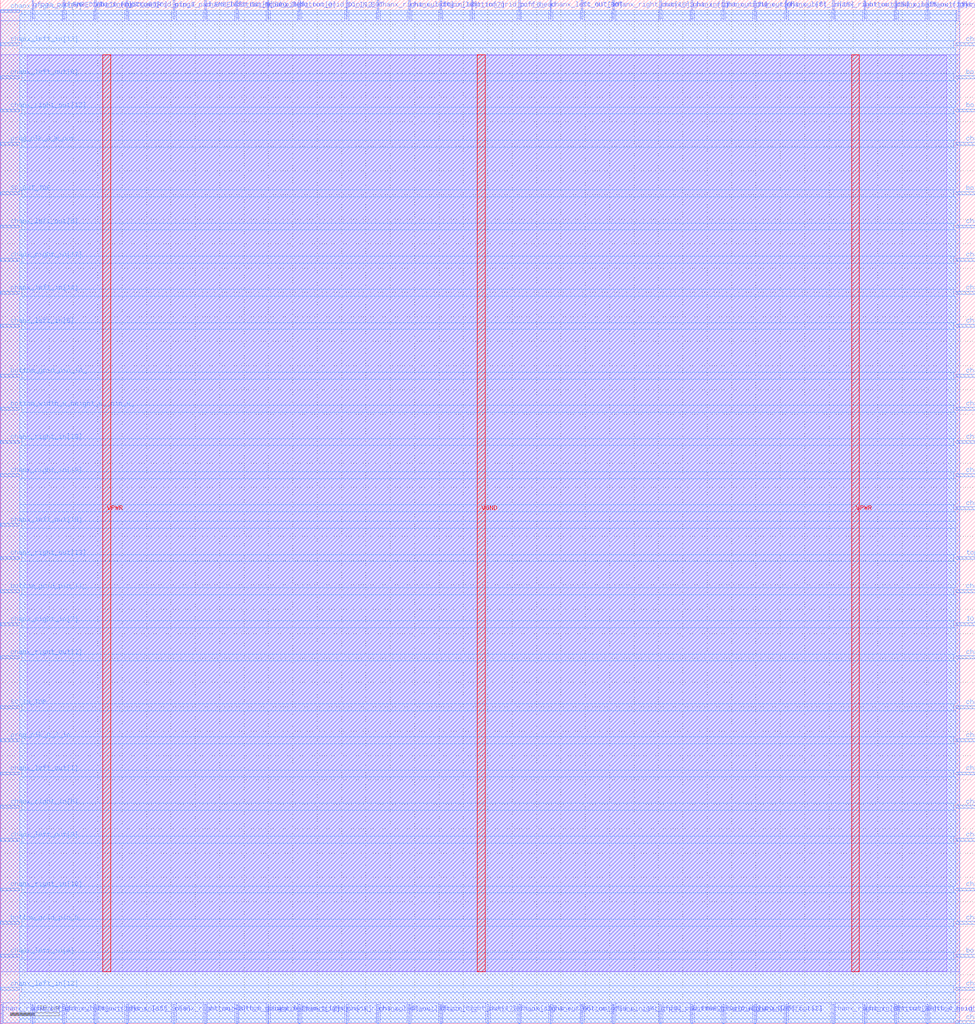
<source format=lef>
VERSION 5.7 ;
  NOWIREEXTENSIONATPIN ON ;
  DIVIDERCHAR "/" ;
  BUSBITCHARS "[]" ;
MACRO cbx_1__2_
  CLASS BLOCK ;
  FOREIGN cbx_1__2_ ;
  ORIGIN 0.000 0.000 ;
  SIZE 200.000 BY 210.000 ;
  PIN IO_ISOL_N
    DIRECTION INPUT ;
    USE SIGNAL ;
    PORT
      LAYER met3 ;
        RECT 196.000 81.640 200.000 82.240 ;
    END
  END IO_ISOL_N
  PIN SC_IN_BOT
    DIRECTION INPUT ;
    USE SIGNAL ;
    PORT
      LAYER met2 ;
        RECT 70.930 206.000 71.210 210.000 ;
    END
  END SC_IN_BOT
  PIN SC_IN_TOP
    DIRECTION INPUT ;
    USE SIGNAL ;
    PORT
      LAYER met3 ;
        RECT 0.000 64.640 4.000 65.240 ;
    END
  END SC_IN_TOP
  PIN SC_OUT_BOT
    DIRECTION OUTPUT TRISTATE ;
    USE SIGNAL ;
    PORT
      LAYER met2 ;
        RECT 119.230 206.000 119.510 210.000 ;
    END
  END SC_OUT_BOT
  PIN SC_OUT_TOP
    DIRECTION OUTPUT TRISTATE ;
    USE SIGNAL ;
    PORT
      LAYER met3 ;
        RECT 0.000 170.040 4.000 170.640 ;
    END
  END SC_OUT_TOP
  PIN VGND
    DIRECTION INOUT ;
    USE GROUND ;
    PORT
      LAYER met4 ;
        RECT 97.840 10.640 99.440 198.800 ;
    END
  END VGND
  PIN VPWR
    DIRECTION INOUT ;
    USE POWER ;
    PORT
      LAYER met4 ;
        RECT 21.040 10.640 22.640 198.800 ;
    END
    PORT
      LAYER met4 ;
        RECT 174.640 10.640 176.240 198.800 ;
    END
  END VPWR
  PIN bottom_grid_pin_0_
    DIRECTION OUTPUT TRISTATE ;
    USE SIGNAL ;
    PORT
      LAYER met3 ;
        RECT 0.000 20.440 4.000 21.040 ;
    END
  END bottom_grid_pin_0_
  PIN bottom_grid_pin_10_
    DIRECTION OUTPUT TRISTATE ;
    USE SIGNAL ;
    PORT
      LAYER met3 ;
        RECT 0.000 132.640 4.000 133.240 ;
    END
  END bottom_grid_pin_10_
  PIN bottom_grid_pin_11_
    DIRECTION OUTPUT TRISTATE ;
    USE SIGNAL ;
    PORT
      LAYER met3 ;
        RECT 0.000 88.440 4.000 89.040 ;
    END
  END bottom_grid_pin_11_
  PIN bottom_grid_pin_12_
    DIRECTION OUTPUT TRISTATE ;
    USE SIGNAL ;
    PORT
      LAYER met2 ;
        RECT 61.270 206.000 61.550 210.000 ;
    END
  END bottom_grid_pin_12_
  PIN bottom_grid_pin_13_
    DIRECTION OUTPUT TRISTATE ;
    USE SIGNAL ;
    PORT
      LAYER met2 ;
        RECT 48.390 0.000 48.670 4.000 ;
    END
  END bottom_grid_pin_13_
  PIN bottom_grid_pin_14_
    DIRECTION OUTPUT TRISTATE ;
    USE SIGNAL ;
    PORT
      LAYER met2 ;
        RECT 119.230 0.000 119.510 4.000 ;
    END
  END bottom_grid_pin_14_
  PIN bottom_grid_pin_15_
    DIRECTION OUTPUT TRISTATE ;
    USE SIGNAL ;
    PORT
      LAYER met2 ;
        RECT 177.190 206.000 177.470 210.000 ;
    END
  END bottom_grid_pin_15_
  PIN bottom_grid_pin_1_
    DIRECTION OUTPUT TRISTATE ;
    USE SIGNAL ;
    PORT
      LAYER met2 ;
        RECT 190.070 0.000 190.350 4.000 ;
    END
  END bottom_grid_pin_1_
  PIN bottom_grid_pin_2_
    DIRECTION OUTPUT TRISTATE ;
    USE SIGNAL ;
    PORT
      LAYER met3 ;
        RECT 196.000 187.040 200.000 187.640 ;
    END
  END bottom_grid_pin_2_
  PIN bottom_grid_pin_3_
    DIRECTION OUTPUT TRISTATE ;
    USE SIGNAL ;
    PORT
      LAYER met2 ;
        RECT 141.770 0.000 142.050 4.000 ;
    END
  END bottom_grid_pin_3_
  PIN bottom_grid_pin_4_
    DIRECTION OUTPUT TRISTATE ;
    USE SIGNAL ;
    PORT
      LAYER met3 ;
        RECT 196.000 13.640 200.000 14.240 ;
    END
  END bottom_grid_pin_4_
  PIN bottom_grid_pin_5_
    DIRECTION OUTPUT TRISTATE ;
    USE SIGNAL ;
    PORT
      LAYER met3 ;
        RECT 196.000 170.040 200.000 170.640 ;
    END
  END bottom_grid_pin_5_
  PIN bottom_grid_pin_6_
    DIRECTION OUTPUT TRISTATE ;
    USE SIGNAL ;
    PORT
      LAYER met2 ;
        RECT 96.690 206.000 96.970 210.000 ;
    END
  END bottom_grid_pin_6_
  PIN bottom_grid_pin_7_
    DIRECTION OUTPUT TRISTATE ;
    USE SIGNAL ;
    PORT
      LAYER met2 ;
        RECT 25.850 206.000 26.130 210.000 ;
    END
  END bottom_grid_pin_7_
  PIN bottom_grid_pin_8_
    DIRECTION OUTPUT TRISTATE ;
    USE SIGNAL ;
    PORT
      LAYER met3 ;
        RECT 196.000 193.840 200.000 194.440 ;
    END
  END bottom_grid_pin_8_
  PIN bottom_grid_pin_9_
    DIRECTION OUTPUT TRISTATE ;
    USE SIGNAL ;
    PORT
      LAYER met2 ;
        RECT 48.390 206.000 48.670 210.000 ;
    END
  END bottom_grid_pin_9_
  PIN bottom_width_0_height_0__pin_0_
    DIRECTION INPUT ;
    USE SIGNAL ;
    PORT
      LAYER met3 ;
        RECT 0.000 125.840 4.000 126.440 ;
    END
  END bottom_width_0_height_0__pin_0_
  PIN bottom_width_0_height_0__pin_1_lower
    DIRECTION OUTPUT TRISTATE ;
    USE SIGNAL ;
    PORT
      LAYER met2 ;
        RECT 183.630 0.000 183.910 4.000 ;
    END
  END bottom_width_0_height_0__pin_1_lower
  PIN bottom_width_0_height_0__pin_1_upper
    DIRECTION OUTPUT TRISTATE ;
    USE SIGNAL ;
    PORT
      LAYER met2 ;
        RECT 41.950 0.000 42.230 4.000 ;
    END
  END bottom_width_0_height_0__pin_1_upper
  PIN ccff_head
    DIRECTION INPUT ;
    USE SIGNAL ;
    PORT
      LAYER met2 ;
        RECT 106.350 206.000 106.630 210.000 ;
    END
  END ccff_head
  PIN ccff_tail
    DIRECTION OUTPUT TRISTATE ;
    USE SIGNAL ;
    PORT
      LAYER met2 ;
        RECT 161.090 0.000 161.370 4.000 ;
    END
  END ccff_tail
  PIN chanx_left_in[0]
    DIRECTION INPUT ;
    USE SIGNAL ;
    PORT
      LAYER met2 ;
        RECT 25.850 0.000 26.130 4.000 ;
    END
  END chanx_left_in[0]
  PIN chanx_left_in[10]
    DIRECTION INPUT ;
    USE SIGNAL ;
    PORT
      LAYER met2 ;
        RECT 83.810 206.000 84.090 210.000 ;
    END
  END chanx_left_in[10]
  PIN chanx_left_in[11]
    DIRECTION INPUT ;
    USE SIGNAL ;
    PORT
      LAYER met3 ;
        RECT 196.000 51.040 200.000 51.640 ;
    END
  END chanx_left_in[11]
  PIN chanx_left_in[12]
    DIRECTION INPUT ;
    USE SIGNAL ;
    PORT
      LAYER met3 ;
        RECT 0.000 6.840 4.000 7.440 ;
    END
  END chanx_left_in[12]
  PIN chanx_left_in[13]
    DIRECTION INPUT ;
    USE SIGNAL ;
    PORT
      LAYER met3 ;
        RECT 0.000 200.640 4.000 201.240 ;
    END
  END chanx_left_in[13]
  PIN chanx_left_in[14]
    DIRECTION INPUT ;
    USE SIGNAL ;
    PORT
      LAYER met3 ;
        RECT 0.000 149.640 4.000 150.240 ;
    END
  END chanx_left_in[14]
  PIN chanx_left_in[15]
    DIRECTION INPUT ;
    USE SIGNAL ;
    PORT
      LAYER met2 ;
        RECT 161.090 206.000 161.370 210.000 ;
    END
  END chanx_left_in[15]
  PIN chanx_left_in[16]
    DIRECTION INPUT ;
    USE SIGNAL ;
    PORT
      LAYER met2 ;
        RECT 99.910 0.000 100.190 4.000 ;
    END
  END chanx_left_in[16]
  PIN chanx_left_in[17]
    DIRECTION INPUT ;
    USE SIGNAL ;
    PORT
      LAYER met3 ;
        RECT 196.000 57.840 200.000 58.440 ;
    END
  END chanx_left_in[17]
  PIN chanx_left_in[18]
    DIRECTION INPUT ;
    USE SIGNAL ;
    PORT
      LAYER met3 ;
        RECT 196.000 180.240 200.000 180.840 ;
    END
  END chanx_left_in[18]
  PIN chanx_left_in[19]
    DIRECTION INPUT ;
    USE SIGNAL ;
    PORT
      LAYER met3 ;
        RECT 196.000 156.440 200.000 157.040 ;
    END
  END chanx_left_in[19]
  PIN chanx_left_in[1]
    DIRECTION INPUT ;
    USE SIGNAL ;
    PORT
      LAYER met3 ;
        RECT 196.000 142.840 200.000 143.440 ;
    END
  END chanx_left_in[1]
  PIN chanx_left_in[2]
    DIRECTION INPUT ;
    USE SIGNAL ;
    PORT
      LAYER met3 ;
        RECT 196.000 132.640 200.000 133.240 ;
    END
  END chanx_left_in[2]
  PIN chanx_left_in[3]
    DIRECTION INPUT ;
    USE SIGNAL ;
    PORT
      LAYER met2 ;
        RECT 83.810 0.000 84.090 4.000 ;
    END
  END chanx_left_in[3]
  PIN chanx_left_in[4]
    DIRECTION INPUT ;
    USE SIGNAL ;
    PORT
      LAYER met3 ;
        RECT 0.000 13.640 4.000 14.240 ;
    END
  END chanx_left_in[4]
  PIN chanx_left_in[5]
    DIRECTION INPUT ;
    USE SIGNAL ;
    PORT
      LAYER met3 ;
        RECT 196.000 200.640 200.000 201.240 ;
    END
  END chanx_left_in[5]
  PIN chanx_left_in[6]
    DIRECTION INPUT ;
    USE SIGNAL ;
    PORT
      LAYER met3 ;
        RECT 0.000 142.840 4.000 143.440 ;
    END
  END chanx_left_in[6]
  PIN chanx_left_in[7]
    DIRECTION INPUT ;
    USE SIGNAL ;
    PORT
      LAYER met2 ;
        RECT 90.250 206.000 90.530 210.000 ;
    END
  END chanx_left_in[7]
  PIN chanx_left_in[8]
    DIRECTION INPUT ;
    USE SIGNAL ;
    PORT
      LAYER met3 ;
        RECT 196.000 105.440 200.000 106.040 ;
    END
  END chanx_left_in[8]
  PIN chanx_left_in[9]
    DIRECTION INPUT ;
    USE SIGNAL ;
    PORT
      LAYER met3 ;
        RECT 196.000 112.240 200.000 112.840 ;
    END
  END chanx_left_in[9]
  PIN chanx_left_out[0]
    DIRECTION OUTPUT TRISTATE ;
    USE SIGNAL ;
    PORT
      LAYER met2 ;
        RECT 54.830 206.000 55.110 210.000 ;
    END
  END chanx_left_out[0]
  PIN chanx_left_out[10]
    DIRECTION OUTPUT TRISTATE ;
    USE SIGNAL ;
    PORT
      LAYER met2 ;
        RECT 112.790 206.000 113.070 210.000 ;
    END
  END chanx_left_out[10]
  PIN chanx_left_out[11]
    DIRECTION OUTPUT TRISTATE ;
    USE SIGNAL ;
    PORT
      LAYER met2 ;
        RECT 183.630 206.000 183.910 210.000 ;
    END
  END chanx_left_out[11]
  PIN chanx_left_out[12]
    DIRECTION OUTPUT TRISTATE ;
    USE SIGNAL ;
    PORT
      LAYER met2 ;
        RECT 54.830 0.000 55.110 4.000 ;
    END
  END chanx_left_out[12]
  PIN chanx_left_out[13]
    DIRECTION OUTPUT TRISTATE ;
    USE SIGNAL ;
    PORT
      LAYER met3 ;
        RECT 196.000 44.240 200.000 44.840 ;
    END
  END chanx_left_out[13]
  PIN chanx_left_out[14]
    DIRECTION OUTPUT TRISTATE ;
    USE SIGNAL ;
    PORT
      LAYER met3 ;
        RECT 196.000 20.440 200.000 21.040 ;
    END
  END chanx_left_out[14]
  PIN chanx_left_out[15]
    DIRECTION OUTPUT TRISTATE ;
    USE SIGNAL ;
    PORT
      LAYER met3 ;
        RECT 0.000 102.040 4.000 102.640 ;
    END
  END chanx_left_out[15]
  PIN chanx_left_out[16]
    DIRECTION OUTPUT TRISTATE ;
    USE SIGNAL ;
    PORT
      LAYER met2 ;
        RECT 12.970 0.000 13.250 4.000 ;
    END
  END chanx_left_out[16]
  PIN chanx_left_out[17]
    DIRECTION OUTPUT TRISTATE ;
    USE SIGNAL ;
    PORT
      LAYER met2 ;
        RECT 177.190 0.000 177.470 4.000 ;
    END
  END chanx_left_out[17]
  PIN chanx_left_out[18]
    DIRECTION OUTPUT TRISTATE ;
    USE SIGNAL ;
    PORT
      LAYER met3 ;
        RECT 196.000 37.440 200.000 38.040 ;
    END
  END chanx_left_out[18]
  PIN chanx_left_out[19]
    DIRECTION OUTPUT TRISTATE ;
    USE SIGNAL ;
    PORT
      LAYER met2 ;
        RECT 196.510 206.000 196.790 210.000 ;
    END
  END chanx_left_out[19]
  PIN chanx_left_out[1]
    DIRECTION OUTPUT TRISTATE ;
    USE SIGNAL ;
    PORT
      LAYER met3 ;
        RECT 0.000 51.040 4.000 51.640 ;
    END
  END chanx_left_out[1]
  PIN chanx_left_out[2]
    DIRECTION OUTPUT TRISTATE ;
    USE SIGNAL ;
    PORT
      LAYER met2 ;
        RECT 154.650 0.000 154.930 4.000 ;
    END
  END chanx_left_out[2]
  PIN chanx_left_out[3]
    DIRECTION OUTPUT TRISTATE ;
    USE SIGNAL ;
    PORT
      LAYER met2 ;
        RECT 77.370 0.000 77.650 4.000 ;
    END
  END chanx_left_out[3]
  PIN chanx_left_out[4]
    DIRECTION OUTPUT TRISTATE ;
    USE SIGNAL ;
    PORT
      LAYER met3 ;
        RECT 196.000 64.640 200.000 65.240 ;
    END
  END chanx_left_out[4]
  PIN chanx_left_out[5]
    DIRECTION OUTPUT TRISTATE ;
    USE SIGNAL ;
    PORT
      LAYER met2 ;
        RECT 41.950 206.000 42.230 210.000 ;
    END
  END chanx_left_out[5]
  PIN chanx_left_out[6]
    DIRECTION OUTPUT TRISTATE ;
    USE SIGNAL ;
    PORT
      LAYER met3 ;
        RECT 0.000 163.240 4.000 163.840 ;
    END
  END chanx_left_out[6]
  PIN chanx_left_out[7]
    DIRECTION OUTPUT TRISTATE ;
    USE SIGNAL ;
    PORT
      LAYER met3 ;
        RECT 196.000 6.840 200.000 7.440 ;
    END
  END chanx_left_out[7]
  PIN chanx_left_out[8]
    DIRECTION OUTPUT TRISTATE ;
    USE SIGNAL ;
    PORT
      LAYER met3 ;
        RECT 0.000 193.840 4.000 194.440 ;
    END
  END chanx_left_out[8]
  PIN chanx_left_out[9]
    DIRECTION OUTPUT TRISTATE ;
    USE SIGNAL ;
    PORT
      LAYER met3 ;
        RECT 0.000 37.440 4.000 38.040 ;
    END
  END chanx_left_out[9]
  PIN chanx_right_in[0]
    DIRECTION INPUT ;
    USE SIGNAL ;
    PORT
      LAYER met2 ;
        RECT 135.330 206.000 135.610 210.000 ;
    END
  END chanx_right_in[0]
  PIN chanx_right_in[10]
    DIRECTION INPUT ;
    USE SIGNAL ;
    PORT
      LAYER met3 ;
        RECT 0.000 27.240 4.000 27.840 ;
    END
  END chanx_right_in[10]
  PIN chanx_right_in[11]
    DIRECTION INPUT ;
    USE SIGNAL ;
    PORT
      LAYER met2 ;
        RECT 19.410 0.000 19.690 4.000 ;
    END
  END chanx_right_in[11]
  PIN chanx_right_in[12]
    DIRECTION INPUT ;
    USE SIGNAL ;
    PORT
      LAYER met2 ;
        RECT 61.270 0.000 61.550 4.000 ;
    END
  END chanx_right_in[12]
  PIN chanx_right_in[13]
    DIRECTION INPUT ;
    USE SIGNAL ;
    PORT
      LAYER met3 ;
        RECT 196.000 0.040 200.000 0.640 ;
    END
  END chanx_right_in[13]
  PIN chanx_right_in[14]
    DIRECTION INPUT ;
    USE SIGNAL ;
    PORT
      LAYER met3 ;
        RECT 196.000 119.040 200.000 119.640 ;
    END
  END chanx_right_in[14]
  PIN chanx_right_in[15]
    DIRECTION INPUT ;
    USE SIGNAL ;
    PORT
      LAYER met3 ;
        RECT 196.000 74.840 200.000 75.440 ;
    END
  END chanx_right_in[15]
  PIN chanx_right_in[16]
    DIRECTION INPUT ;
    USE SIGNAL ;
    PORT
      LAYER met2 ;
        RECT 148.210 0.000 148.490 4.000 ;
    END
  END chanx_right_in[16]
  PIN chanx_right_in[17]
    DIRECTION INPUT ;
    USE SIGNAL ;
    PORT
      LAYER met3 ;
        RECT 0.000 156.440 4.000 157.040 ;
    END
  END chanx_right_in[17]
  PIN chanx_right_in[18]
    DIRECTION INPUT ;
    USE SIGNAL ;
    PORT
      LAYER met3 ;
        RECT 0.000 119.040 4.000 119.640 ;
    END
  END chanx_right_in[18]
  PIN chanx_right_in[19]
    DIRECTION INPUT ;
    USE SIGNAL ;
    PORT
      LAYER met3 ;
        RECT 0.000 112.240 4.000 112.840 ;
    END
  END chanx_right_in[19]
  PIN chanx_right_in[1]
    DIRECTION INPUT ;
    USE SIGNAL ;
    PORT
      LAYER met3 ;
        RECT 196.000 88.440 200.000 89.040 ;
    END
  END chanx_right_in[1]
  PIN chanx_right_in[2]
    DIRECTION INPUT ;
    USE SIGNAL ;
    PORT
      LAYER met3 ;
        RECT 196.000 149.640 200.000 150.240 ;
    END
  END chanx_right_in[2]
  PIN chanx_right_in[3]
    DIRECTION INPUT ;
    USE SIGNAL ;
    PORT
      LAYER met2 ;
        RECT 170.750 0.000 171.030 4.000 ;
    END
  END chanx_right_in[3]
  PIN chanx_right_in[4]
    DIRECTION INPUT ;
    USE SIGNAL ;
    PORT
      LAYER met3 ;
        RECT 196.000 163.240 200.000 163.840 ;
    END
  END chanx_right_in[4]
  PIN chanx_right_in[5]
    DIRECTION INPUT ;
    USE SIGNAL ;
    PORT
      LAYER met3 ;
        RECT 0.000 44.240 4.000 44.840 ;
    END
  END chanx_right_in[5]
  PIN chanx_right_in[6]
    DIRECTION INPUT ;
    USE SIGNAL ;
    PORT
      LAYER met2 ;
        RECT 12.970 206.000 13.250 210.000 ;
    END
  END chanx_right_in[6]
  PIN chanx_right_in[7]
    DIRECTION INPUT ;
    USE SIGNAL ;
    PORT
      LAYER met3 ;
        RECT 0.000 81.640 4.000 82.240 ;
    END
  END chanx_right_in[7]
  PIN chanx_right_in[8]
    DIRECTION INPUT ;
    USE SIGNAL ;
    PORT
      LAYER met2 ;
        RECT 0.090 0.000 0.370 4.000 ;
    END
  END chanx_right_in[8]
  PIN chanx_right_in[9]
    DIRECTION INPUT ;
    USE SIGNAL ;
    PORT
      LAYER met2 ;
        RECT 125.670 0.000 125.950 4.000 ;
    END
  END chanx_right_in[9]
  PIN chanx_right_out[0]
    DIRECTION OUTPUT TRISTATE ;
    USE SIGNAL ;
    PORT
      LAYER met2 ;
        RECT 19.410 206.000 19.690 210.000 ;
    END
  END chanx_right_out[0]
  PIN chanx_right_out[10]
    DIRECTION OUTPUT TRISTATE ;
    USE SIGNAL ;
    PORT
      LAYER met2 ;
        RECT 77.370 206.000 77.650 210.000 ;
    END
  END chanx_right_out[10]
  PIN chanx_right_out[11]
    DIRECTION OUTPUT TRISTATE ;
    USE SIGNAL ;
    PORT
      LAYER met2 ;
        RECT 141.770 206.000 142.050 210.000 ;
    END
  END chanx_right_out[11]
  PIN chanx_right_out[12]
    DIRECTION OUTPUT TRISTATE ;
    USE SIGNAL ;
    PORT
      LAYER met3 ;
        RECT 0.000 187.040 4.000 187.640 ;
    END
  END chanx_right_out[12]
  PIN chanx_right_out[13]
    DIRECTION OUTPUT TRISTATE ;
    USE SIGNAL ;
    PORT
      LAYER met3 ;
        RECT 0.000 95.240 4.000 95.840 ;
    END
  END chanx_right_out[13]
  PIN chanx_right_out[14]
    DIRECTION OUTPUT TRISTATE ;
    USE SIGNAL ;
    PORT
      LAYER met2 ;
        RECT 6.530 0.000 6.810 4.000 ;
    END
  END chanx_right_out[14]
  PIN chanx_right_out[15]
    DIRECTION OUTPUT TRISTATE ;
    USE SIGNAL ;
    PORT
      LAYER met2 ;
        RECT 170.750 206.000 171.030 210.000 ;
    END
  END chanx_right_out[15]
  PIN chanx_right_out[16]
    DIRECTION OUTPUT TRISTATE ;
    USE SIGNAL ;
    PORT
      LAYER met2 ;
        RECT 125.670 206.000 125.950 210.000 ;
    END
  END chanx_right_out[16]
  PIN chanx_right_out[17]
    DIRECTION OUTPUT TRISTATE ;
    USE SIGNAL ;
    PORT
      LAYER met2 ;
        RECT 90.250 0.000 90.530 4.000 ;
    END
  END chanx_right_out[17]
  PIN chanx_right_out[18]
    DIRECTION OUTPUT TRISTATE ;
    USE SIGNAL ;
    PORT
      LAYER met2 ;
        RECT 190.070 206.000 190.350 210.000 ;
    END
  END chanx_right_out[18]
  PIN chanx_right_out[19]
    DIRECTION OUTPUT TRISTATE ;
    USE SIGNAL ;
    PORT
      LAYER met3 ;
        RECT 196.000 27.240 200.000 27.840 ;
    END
  END chanx_right_out[19]
  PIN chanx_right_out[1]
    DIRECTION OUTPUT TRISTATE ;
    USE SIGNAL ;
    PORT
      LAYER met3 ;
        RECT 0.000 207.440 4.000 208.040 ;
    END
  END chanx_right_out[1]
  PIN chanx_right_out[2]
    DIRECTION OUTPUT TRISTATE ;
    USE SIGNAL ;
    PORT
      LAYER met3 ;
        RECT 0.000 74.840 4.000 75.440 ;
    END
  END chanx_right_out[2]
  PIN chanx_right_out[3]
    DIRECTION OUTPUT TRISTATE ;
    USE SIGNAL ;
    PORT
      LAYER met2 ;
        RECT 35.510 0.000 35.790 4.000 ;
    END
  END chanx_right_out[3]
  PIN chanx_right_out[4]
    DIRECTION OUTPUT TRISTATE ;
    USE SIGNAL ;
    PORT
      LAYER met2 ;
        RECT 70.930 0.000 71.210 4.000 ;
    END
  END chanx_right_out[4]
  PIN chanx_right_out[5]
    DIRECTION OUTPUT TRISTATE ;
    USE SIGNAL ;
    PORT
      LAYER met2 ;
        RECT 106.350 0.000 106.630 4.000 ;
    END
  END chanx_right_out[5]
  PIN chanx_right_out[6]
    DIRECTION OUTPUT TRISTATE ;
    USE SIGNAL ;
    PORT
      LAYER met3 ;
        RECT 196.000 125.840 200.000 126.440 ;
    END
  END chanx_right_out[6]
  PIN chanx_right_out[7]
    DIRECTION OUTPUT TRISTATE ;
    USE SIGNAL ;
    PORT
      LAYER met2 ;
        RECT 112.790 0.000 113.070 4.000 ;
    END
  END chanx_right_out[7]
  PIN chanx_right_out[8]
    DIRECTION OUTPUT TRISTATE ;
    USE SIGNAL ;
    PORT
      LAYER met2 ;
        RECT 154.650 206.000 154.930 210.000 ;
    END
  END chanx_right_out[8]
  PIN chanx_right_out[9]
    DIRECTION OUTPUT TRISTATE ;
    USE SIGNAL ;
    PORT
      LAYER met2 ;
        RECT 148.210 206.000 148.490 210.000 ;
    END
  END chanx_right_out[9]
  PIN gfpga_pad_EMBEDDED_IO_HD_SOC_DIR
    DIRECTION OUTPUT TRISTATE ;
    USE SIGNAL ;
    PORT
      LAYER met2 ;
        RECT 6.530 206.000 6.810 210.000 ;
    END
  END gfpga_pad_EMBEDDED_IO_HD_SOC_DIR
  PIN gfpga_pad_EMBEDDED_IO_HD_SOC_IN
    DIRECTION INPUT ;
    USE SIGNAL ;
    PORT
      LAYER met2 ;
        RECT 35.510 206.000 35.790 210.000 ;
    END
  END gfpga_pad_EMBEDDED_IO_HD_SOC_IN
  PIN gfpga_pad_EMBEDDED_IO_HD_SOC_OUT
    DIRECTION OUTPUT TRISTATE ;
    USE SIGNAL ;
    PORT
      LAYER met2 ;
        RECT 135.330 0.000 135.610 4.000 ;
    END
  END gfpga_pad_EMBEDDED_IO_HD_SOC_OUT
  PIN prog_clk_0_S_in
    DIRECTION INPUT ;
    USE SIGNAL ;
    PORT
      LAYER met3 ;
        RECT 0.000 57.840 4.000 58.440 ;
    END
  END prog_clk_0_S_in
  PIN prog_clk_0_W_out
    DIRECTION OUTPUT TRISTATE ;
    USE SIGNAL ;
    PORT
      LAYER met3 ;
        RECT 0.000 180.240 4.000 180.840 ;
    END
  END prog_clk_0_W_out
  PIN top_grid_pin_0_
    DIRECTION OUTPUT TRISTATE ;
    USE SIGNAL ;
    PORT
      LAYER met3 ;
        RECT 196.000 95.240 200.000 95.840 ;
    END
  END top_grid_pin_0_
  OBS
      LAYER li1 ;
        RECT 5.520 10.795 194.120 198.645 ;
      LAYER met1 ;
        RECT 0.070 10.640 196.810 198.800 ;
      LAYER met2 ;
        RECT 0.100 205.720 6.250 207.925 ;
        RECT 7.090 205.720 12.690 207.925 ;
        RECT 13.530 205.720 19.130 207.925 ;
        RECT 19.970 205.720 25.570 207.925 ;
        RECT 26.410 205.720 35.230 207.925 ;
        RECT 36.070 205.720 41.670 207.925 ;
        RECT 42.510 205.720 48.110 207.925 ;
        RECT 48.950 205.720 54.550 207.925 ;
        RECT 55.390 205.720 60.990 207.925 ;
        RECT 61.830 205.720 70.650 207.925 ;
        RECT 71.490 205.720 77.090 207.925 ;
        RECT 77.930 205.720 83.530 207.925 ;
        RECT 84.370 205.720 89.970 207.925 ;
        RECT 90.810 205.720 96.410 207.925 ;
        RECT 97.250 205.720 106.070 207.925 ;
        RECT 106.910 205.720 112.510 207.925 ;
        RECT 113.350 205.720 118.950 207.925 ;
        RECT 119.790 205.720 125.390 207.925 ;
        RECT 126.230 205.720 135.050 207.925 ;
        RECT 135.890 205.720 141.490 207.925 ;
        RECT 142.330 205.720 147.930 207.925 ;
        RECT 148.770 205.720 154.370 207.925 ;
        RECT 155.210 205.720 160.810 207.925 ;
        RECT 161.650 205.720 170.470 207.925 ;
        RECT 171.310 205.720 176.910 207.925 ;
        RECT 177.750 205.720 183.350 207.925 ;
        RECT 184.190 205.720 189.790 207.925 ;
        RECT 190.630 205.720 196.230 207.925 ;
        RECT 0.100 4.280 196.780 205.720 ;
        RECT 0.650 0.155 6.250 4.280 ;
        RECT 7.090 0.155 12.690 4.280 ;
        RECT 13.530 0.155 19.130 4.280 ;
        RECT 19.970 0.155 25.570 4.280 ;
        RECT 26.410 0.155 35.230 4.280 ;
        RECT 36.070 0.155 41.670 4.280 ;
        RECT 42.510 0.155 48.110 4.280 ;
        RECT 48.950 0.155 54.550 4.280 ;
        RECT 55.390 0.155 60.990 4.280 ;
        RECT 61.830 0.155 70.650 4.280 ;
        RECT 71.490 0.155 77.090 4.280 ;
        RECT 77.930 0.155 83.530 4.280 ;
        RECT 84.370 0.155 89.970 4.280 ;
        RECT 90.810 0.155 99.630 4.280 ;
        RECT 100.470 0.155 106.070 4.280 ;
        RECT 106.910 0.155 112.510 4.280 ;
        RECT 113.350 0.155 118.950 4.280 ;
        RECT 119.790 0.155 125.390 4.280 ;
        RECT 126.230 0.155 135.050 4.280 ;
        RECT 135.890 0.155 141.490 4.280 ;
        RECT 142.330 0.155 147.930 4.280 ;
        RECT 148.770 0.155 154.370 4.280 ;
        RECT 155.210 0.155 160.810 4.280 ;
        RECT 161.650 0.155 170.470 4.280 ;
        RECT 171.310 0.155 176.910 4.280 ;
        RECT 177.750 0.155 183.350 4.280 ;
        RECT 184.190 0.155 189.790 4.280 ;
        RECT 190.630 0.155 196.780 4.280 ;
      LAYER met3 ;
        RECT 4.400 207.040 196.000 207.905 ;
        RECT 4.000 201.640 196.000 207.040 ;
        RECT 4.400 200.240 195.600 201.640 ;
        RECT 4.000 194.840 196.000 200.240 ;
        RECT 4.400 193.440 195.600 194.840 ;
        RECT 4.000 188.040 196.000 193.440 ;
        RECT 4.400 186.640 195.600 188.040 ;
        RECT 4.000 181.240 196.000 186.640 ;
        RECT 4.400 179.840 195.600 181.240 ;
        RECT 4.000 171.040 196.000 179.840 ;
        RECT 4.400 169.640 195.600 171.040 ;
        RECT 4.000 164.240 196.000 169.640 ;
        RECT 4.400 162.840 195.600 164.240 ;
        RECT 4.000 157.440 196.000 162.840 ;
        RECT 4.400 156.040 195.600 157.440 ;
        RECT 4.000 150.640 196.000 156.040 ;
        RECT 4.400 149.240 195.600 150.640 ;
        RECT 4.000 143.840 196.000 149.240 ;
        RECT 4.400 142.440 195.600 143.840 ;
        RECT 4.000 133.640 196.000 142.440 ;
        RECT 4.400 132.240 195.600 133.640 ;
        RECT 4.000 126.840 196.000 132.240 ;
        RECT 4.400 125.440 195.600 126.840 ;
        RECT 4.000 120.040 196.000 125.440 ;
        RECT 4.400 118.640 195.600 120.040 ;
        RECT 4.000 113.240 196.000 118.640 ;
        RECT 4.400 111.840 195.600 113.240 ;
        RECT 4.000 106.440 196.000 111.840 ;
        RECT 4.000 105.040 195.600 106.440 ;
        RECT 4.000 103.040 196.000 105.040 ;
        RECT 4.400 101.640 196.000 103.040 ;
        RECT 4.000 96.240 196.000 101.640 ;
        RECT 4.400 94.840 195.600 96.240 ;
        RECT 4.000 89.440 196.000 94.840 ;
        RECT 4.400 88.040 195.600 89.440 ;
        RECT 4.000 82.640 196.000 88.040 ;
        RECT 4.400 81.240 195.600 82.640 ;
        RECT 4.000 75.840 196.000 81.240 ;
        RECT 4.400 74.440 195.600 75.840 ;
        RECT 4.000 65.640 196.000 74.440 ;
        RECT 4.400 64.240 195.600 65.640 ;
        RECT 4.000 58.840 196.000 64.240 ;
        RECT 4.400 57.440 195.600 58.840 ;
        RECT 4.000 52.040 196.000 57.440 ;
        RECT 4.400 50.640 195.600 52.040 ;
        RECT 4.000 45.240 196.000 50.640 ;
        RECT 4.400 43.840 195.600 45.240 ;
        RECT 4.000 38.440 196.000 43.840 ;
        RECT 4.400 37.040 195.600 38.440 ;
        RECT 4.000 28.240 196.000 37.040 ;
        RECT 4.400 26.840 195.600 28.240 ;
        RECT 4.000 21.440 196.000 26.840 ;
        RECT 4.400 20.040 195.600 21.440 ;
        RECT 4.000 14.640 196.000 20.040 ;
        RECT 4.400 13.240 195.600 14.640 ;
        RECT 4.000 7.840 196.000 13.240 ;
        RECT 4.400 6.440 195.600 7.840 ;
        RECT 4.000 1.040 196.000 6.440 ;
        RECT 4.000 0.175 195.600 1.040 ;
  END
END cbx_1__2_
END LIBRARY


</source>
